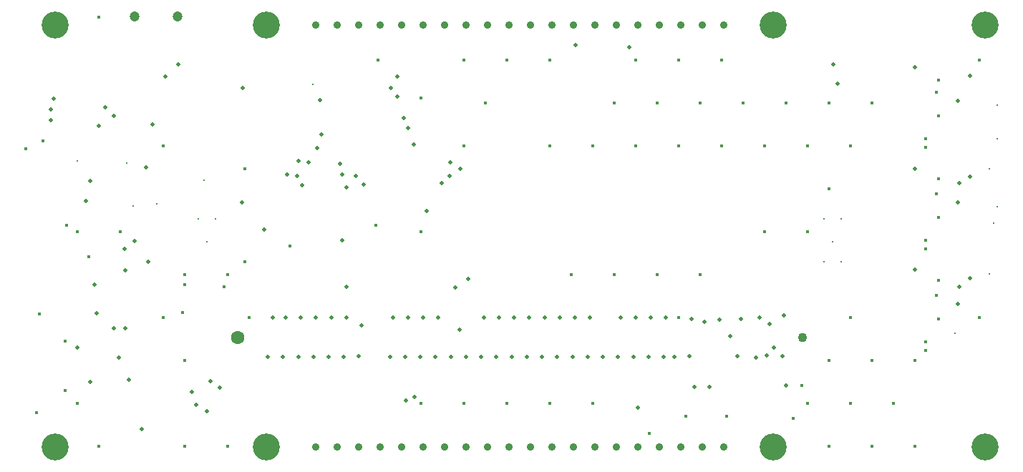
<source format=gbr>
%FSDAX33Y33*%
%MOMM*%
%SFA1B1*%

%IPPOS*%
%ADD9500C,0.299999*%
%ADD9501C,0.399999*%
%ADD9502C,0.499999*%
%ADD9503C,0.900001*%
%ADD9504C,1.100000*%
%ADD9505C,1.200000*%
%ADD9506C,1.599999*%
%ADD9507C,3.200001*%
%LNdrill-1*%
%LPD*%
G54D9507*
X004999Y004999D03*
Y054999D03*
G54D9505*
X014459Y055999D03*
X019539D03*
G54D9506*
X026599Y017999D03*
G54D9507*
X029999Y004999D03*
Y054999D03*
G54D9503*
X035869Y004999D03*
Y054999D03*
X038409Y004999D03*
Y054999D03*
X040949Y004999D03*
Y054999D03*
X043489Y004999D03*
Y054999D03*
X046029Y004999D03*
Y054999D03*
X048569Y004999D03*
Y054999D03*
X051109Y004999D03*
Y054999D03*
X053649Y004999D03*
Y054999D03*
X056189Y004999D03*
Y054999D03*
X058729Y004999D03*
Y054999D03*
X061269Y004999D03*
Y054999D03*
X063809Y004999D03*
Y054999D03*
X066349Y004999D03*
Y054999D03*
X068889Y004999D03*
Y054999D03*
X071429Y004999D03*
Y054999D03*
X073969Y004999D03*
Y054999D03*
X076509Y004999D03*
Y054999D03*
X079049Y004999D03*
Y054999D03*
X081589Y004999D03*
Y054999D03*
X084129Y004999D03*
Y054999D03*
G54D9507*
X089999Y004999D03*
Y054999D03*
G54D9504*
X093399Y017999D03*
G54D9507*
X114999Y004999D03*
Y054999D03*
G54D9501*
X001599Y040299D03*
X002799Y009099D03*
X003199Y020799D03*
X003599Y041299D03*
G54D9502*
X004499Y043688D03*
Y044999D03*
X004826Y046228D03*
G54D9501*
X006223Y011684D03*
Y017526D03*
X006399Y031299D03*
X007620Y010160D03*
G54D9502*
X007620Y016764D03*
G54D9501*
X007620Y030480D03*
G54D9500*
X007620Y038862D03*
G54D9502*
X008699Y034199D03*
G54D9501*
X009017Y027559D03*
G54D9502*
X009144Y012700D03*
X009199Y036499D03*
X009652Y024257D03*
X009906Y020828D03*
G54D9501*
X010160Y005080D03*
G54D9502*
X010160Y043053D03*
G54D9501*
X010160Y055880D03*
G54D9502*
X010922Y045212D03*
X011938Y019050D03*
Y044196D03*
X012573Y015621D03*
G54D9501*
X012700Y030480D03*
G54D9502*
X013208Y028448D03*
X013335Y019050D03*
Y025908D03*
G54D9500*
X013462Y038608D03*
G54D9502*
X013716Y012954D03*
G54D9500*
X014224Y033528D03*
G54D9502*
X014399Y029399D03*
X015240Y007112D03*
X015749Y038100D03*
X016002Y026924D03*
X016510Y043180D03*
G54D9500*
X017018Y033782D03*
G54D9501*
X017780Y020320D03*
Y040640D03*
G54D9502*
X018063Y048921D03*
X019558Y050321D03*
G54D9501*
X020066Y020955D03*
X020320Y005080D03*
Y015240D03*
Y024257D03*
Y025400D03*
G54D9502*
X021209Y011557D03*
X021749Y009999D03*
G54D9500*
X021999Y031999D03*
X022606Y036576D03*
G54D9502*
X022999Y009249D03*
G54D9500*
X022999Y029299D03*
G54D9502*
X023368Y012827D03*
G54D9500*
X023999Y031999D03*
G54D9502*
X024511Y012065D03*
G54D9501*
X025019Y024003D03*
X025400Y005080D03*
Y025400D03*
G54D9502*
X027169Y034003D03*
X027178Y047498D03*
G54D9501*
X027432Y026924D03*
Y037973D03*
X027940Y020320D03*
G54D9502*
X029718Y030734D03*
X030214Y015679D03*
X030734Y020320D03*
X031992Y015679D03*
X032336Y020320D03*
X032499Y037249D03*
G54D9501*
X032766Y028829D03*
G54D9502*
X033655Y037084D03*
X033782Y038862D03*
X033857Y015679D03*
X034114Y020320D03*
X034214Y036035D03*
X034999Y038749D03*
G54D9500*
X035499Y047999D03*
G54D9502*
X035635Y015679D03*
X035892Y020320D03*
X035999Y040386D03*
X036371Y046101D03*
X036499Y041999D03*
X037413Y015679D03*
X037713Y020320D03*
X038715Y038599D03*
X038952Y037292D03*
X038999Y029499D03*
X039191Y015679D03*
X039491Y020320D03*
X039499Y023999D03*
Y035749D03*
X040627Y037127D03*
X040894Y015748D03*
X041275Y019431D03*
X041529Y036068D03*
G54D9501*
X042999Y031250D03*
X043180Y050800D03*
G54D9502*
X044657Y015679D03*
X044704Y047498D03*
X044958Y020320D03*
X045466Y048895D03*
X045499Y046499D03*
X046249Y043999D03*
X046435Y015679D03*
X046499Y010499D03*
X046736Y020320D03*
Y042799D03*
X047421Y040817D03*
X047499Y010999D03*
X048213Y015679D03*
G54D9501*
X048260Y010160D03*
Y030480D03*
Y046355D03*
G54D9502*
X048514Y020320D03*
X048999Y032999D03*
X049991Y015679D03*
X050292Y020320D03*
X050749Y036249D03*
X051689Y037084D03*
X051749Y038749D03*
X051857Y015679D03*
X052324Y023876D03*
X052832Y018923D03*
X052996Y037969D03*
G54D9501*
X053340Y010160D03*
Y040640D03*
Y050800D03*
G54D9502*
X053635Y015679D03*
X053848Y024892D03*
X055413Y015679D03*
X055757Y020320D03*
G54D9501*
X055880Y045720D03*
G54D9502*
X057191Y015679D03*
X057535Y020320D03*
G54D9501*
X058420Y010160D03*
Y050800D03*
G54D9502*
X059057Y015679D03*
X059313Y020320D03*
X060835Y015679D03*
X061091Y020320D03*
X062613Y015679D03*
X062957Y020320D03*
G54D9501*
X063500Y010160D03*
Y040640D03*
Y050800D03*
G54D9502*
X064391Y015679D03*
X064735Y020320D03*
G54D9501*
X066040Y025400D03*
G54D9502*
X066257Y015679D03*
X066513Y020320D03*
X066548Y052577D03*
X068035Y015679D03*
X068291Y020320D03*
G54D9501*
X068580Y010160D03*
Y040640D03*
G54D9502*
X069813Y015679D03*
G54D9501*
X071120Y025400D03*
Y045720D03*
G54D9502*
X071591Y015679D03*
X071957Y020320D03*
X072898Y052324D03*
X073457Y015679D03*
G54D9501*
X073660Y040640D03*
Y050800D03*
G54D9502*
X073735Y020320D03*
X073914Y009652D03*
X075235Y015679D03*
G54D9501*
X075311Y006604D03*
G54D9502*
X075513Y020320D03*
G54D9501*
X076200Y025400D03*
Y045720D03*
G54D9502*
X077013Y015679D03*
X077291Y020320D03*
X078276Y015679D03*
G54D9501*
X078740Y020320D03*
Y040640D03*
Y050800D03*
X079629Y008636D03*
G54D9502*
X080010Y015748D03*
X080271Y020193D03*
X080635Y012119D03*
G54D9501*
X081280Y025400D03*
Y045720D03*
G54D9502*
X081791Y019815D03*
X082413Y012119D03*
X083566Y020066D03*
G54D9501*
X083820Y040640D03*
Y050800D03*
X084455Y008636D03*
G54D9502*
X084836Y018161D03*
X085725Y015748D03*
X086186Y020193D03*
G54D9501*
X086360Y045720D03*
G54D9502*
X087918Y015577D03*
X088345Y020320D03*
G54D9501*
X088900Y030480D03*
Y040640D03*
G54D9502*
X089154Y015875D03*
X089557Y019558D03*
X090043Y016804D03*
X091059Y015748D03*
X091186Y020574D03*
X091440Y012319D03*
G54D9501*
X091440Y045720D03*
X092329Y008382D03*
X093345Y012319D03*
X093980Y010160D03*
Y030480D03*
Y040640D03*
G54D9500*
X095999Y026999D03*
Y031999D03*
G54D9501*
X096520Y005080D03*
Y015240D03*
Y035560D03*
Y045720D03*
G54D9500*
X096999Y029299D03*
G54D9502*
X097028Y050292D03*
X097536Y048006D03*
G54D9500*
X097999Y026999D03*
Y031999D03*
G54D9501*
X099060Y010160D03*
Y020320D03*
Y040640D03*
X101600Y005080D03*
Y015240D03*
Y045720D03*
X104139Y010160D03*
X106680Y005080D03*
Y015240D03*
G54D9502*
X106749Y025999D03*
Y038000D03*
Y049999D03*
G54D9501*
X107999Y016499D03*
Y017499D03*
Y028499D03*
Y029499D03*
Y040499D03*
Y041499D03*
X109249Y022999D03*
Y034999D03*
Y046999D03*
X109499Y020199D03*
Y024749D03*
Y032199D03*
Y036749D03*
Y044250D03*
Y048499D03*
G54D9500*
X111499Y018499D03*
G54D9502*
X111762Y021999D03*
Y033999D03*
Y045999D03*
X111999Y023999D03*
Y036249D03*
X113249Y025000D03*
Y036999D03*
Y048999D03*
G54D9501*
X114300Y020320D03*
Y050800D03*
G54D9500*
X115499Y025499D03*
Y038000D03*
X115999Y031499D03*
X116499Y033499D03*
Y041499D03*
Y045499D03*
M02*
</source>
